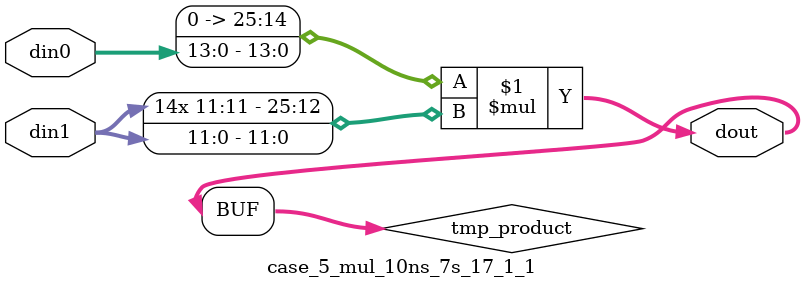
<source format=v>

`timescale 1 ns / 1 ps

 (* use_dsp = "no" *)  module case_5_mul_10ns_7s_17_1_1(din0, din1, dout);
parameter ID = 1;
parameter NUM_STAGE = 0;
parameter din0_WIDTH = 14;
parameter din1_WIDTH = 12;
parameter dout_WIDTH = 26;

input [din0_WIDTH - 1 : 0] din0; 
input [din1_WIDTH - 1 : 0] din1; 
output [dout_WIDTH - 1 : 0] dout;

wire signed [dout_WIDTH - 1 : 0] tmp_product;

























assign tmp_product = $signed({1'b0, din0}) * $signed(din1);










assign dout = tmp_product;





















endmodule

</source>
